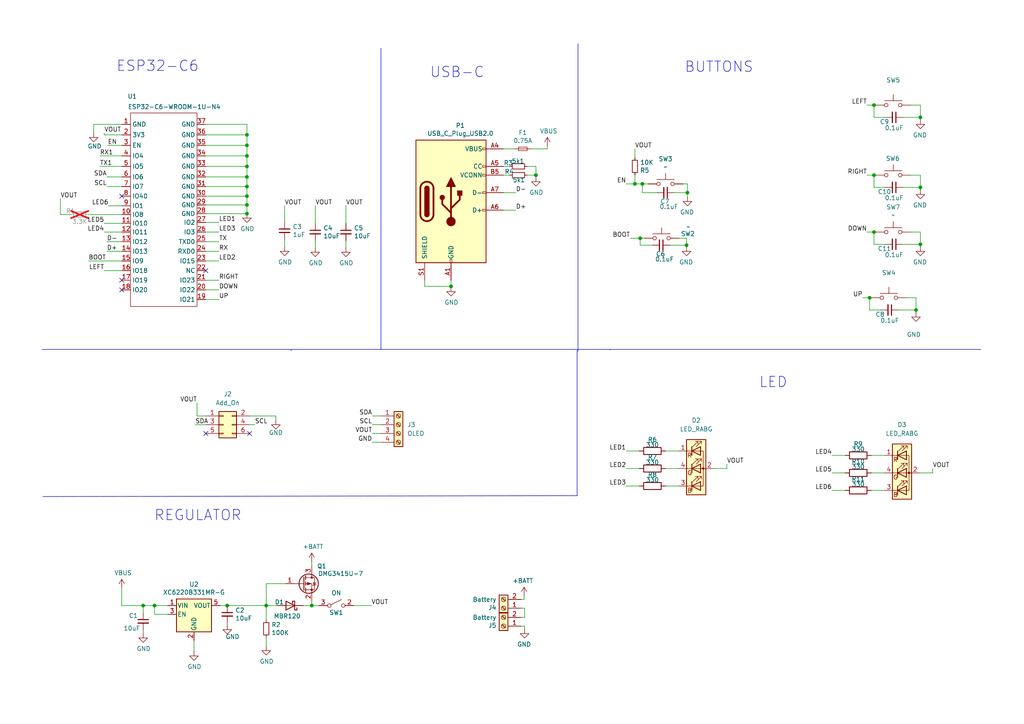
<source format=kicad_sch>
(kicad_sch (version 20231120) (generator "eeschema") (generator_version "8.0")
  (paper "A4")
  (title_block (title "Bugcon_2024_Community") (date "2024-09-05") (rev "v1.0") (company "Electronic Cats") (comment 1 "Lizeth Gallegos Martínez"))
  (lib_symbols
    (symbol "Connector:Screw_Terminal_01x02" (pin_names (offset 1.016) hide)
      (property "Reference" "J" (at 0 2.54 0))
      (property "Value" "Screw_Terminal_01x02" (at 0 -5.08 0))
      (symbol "Screw_Terminal_01x02_1_1"
        (pin passive line (at -5.08 0 0) (length 3.81) (name "Pin_1") (number "1"))
        (pin passive line (at -5.08 -2.54 0) (length 3.81) (name "Pin_2") (number "2"))
      )
    )
    (symbol "Connector:Screw_Terminal_01x04" (pin_names (offset 1.016) hide)
      (property "Reference" "J" (at 0 5.08 0))
      (property "Value" "Screw_Terminal_01x04" (at 0 -7.62 0))
      (symbol "Screw_Terminal_01x04_1_1"
        (pin passive line (at -5.08 2.54 0) (length 3.81) (name "Pin_1") (number "1"))
        (pin passive line (at -5.08 0 0) (length 3.81) (name "Pin_2") (number "2"))
        (pin passive line (at -5.08 -2.54 0) (length 3.81) (name "Pin_3") (number "3"))
        (pin passive line (at -5.08 -5.08 0) (length 3.81) (name "Pin_4") (number "4"))
      )
    )
    (symbol "Connector_Generic:Conn_02x03_Odd_Even" (pin_names (offset 1.016) hide)
      (property "Reference" "J" (at 1.27 5.08 0))
      (property "Value" "Conn_02x03_Odd_Even" (at 1.27 -5.08 0))
      (symbol "Conn_02x03_Odd_Even_1_1"
        (pin passive line (at -5.08 2.54 0) (length 3.81) (name "Pin_1") (number "1"))
        (pin passive line (at 7.62 2.54 180) (length 3.81) (name "Pin_2") (number "2"))
        (pin passive line (at -5.08 0 0) (length 3.81) (name "Pin_3") (number "3"))
        (pin passive line (at 7.62 0 180) (length 3.81) (name "Pin_4") (number "4"))
        (pin passive line (at -5.08 -2.54 0) (length 3.81) (name "Pin_5") (number "5"))
        (pin passive line (at 7.62 -2.54 180) (length 3.81) (name "Pin_6") (number "6"))
      )
    )
    (symbol "Device:C_Small" (pin_numbers hide) (pin_names (offset 0.254) hide)
      (property "Reference" "C" (at 0.254 1.778 0))
      (property "Value" "C_Small" (at 0.254 -2.032 0))
      (symbol "C_Small_1_1"
        (pin passive line (at 0 2.54 270) (length 2.032) (name "~") (number "1"))
        (pin passive line (at 0 -2.54 90) (length 2.032) (name "~") (number "2"))
      )
    )
    (symbol "Device:Fuse_Small" (pin_numbers hide) (pin_names (offset 0.254) hide)
      (property "Reference" "F" (at 0 -1.524 0))
      (property "Value" "Fuse_Small" (at 0 1.524 0))
      (symbol "Fuse_Small_1_1"
        (pin passive line (at -2.54 0 0) (length 1.27) (name "~") (number "1"))
        (pin passive line (at 2.54 0 180) (length 1.27) (name "~") (number "2"))
      )
    )
    (symbol "Device:LED_RABG" (pin_names (offset 0) hide)
      (property "Reference" "D" (at 0 9.398 0))
      (property "Value" "LED_RABG" (at 0 -8.89 0))
      (symbol "LED_RABG_0_0"
        (text "B" (at -1.905 -6.35 0) (effects (font (size 1.27 1.27))))
        (text "G" (at -1.905 -1.27 0) (effects (font (size 1.27 1.27))))
        (text "R" (at -1.905 3.81 0) (effects (font (size 1.27 1.27))))
      )
      (symbol "LED_RABG_1_1"
        (pin passive line (at -5.08 5.08 0) (length 2.54) (name "RK") (number "1"))
        (pin passive line (at 5.08 0 180) (length 2.54) (name "A") (number "2"))
        (pin passive line (at -5.08 -5.08 0) (length 2.54) (name "BK") (number "3"))
        (pin passive line (at -5.08 0 0) (length 2.54) (name "GK") (number "4"))
      )
    )
    (symbol "Device:Q_PMOS_GSD" (pin_names (offset 0) hide)
      (property "Reference" "Q" (at 5.08 1.27 0))
      (property "Value" "Q_PMOS_GSD" (at 5.08 -1.27 0))
      (symbol "Q_PMOS_GSD_1_1"
        (pin input line (at -5.08 0 0) (length 2.54) (name "G") (number "1"))
        (pin passive line (at 2.54 -5.08 90) (length 2.54) (name "S") (number "2"))
        (pin passive line (at 2.54 5.08 270) (length 2.54) (name "D") (number "3"))
      )
    )
    (symbol "Device:R" (pin_numbers hide) (pin_names (offset 0))
      (property "Reference" "R" (at 2.032 0 90))
      (property "Value" "R" (at 0 0 90))
      (symbol "R_1_1"
        (pin passive line (at 0 3.81 270) (length 1.27) (name "~") (number "1"))
        (pin passive line (at 0 -3.81 90) (length 1.27) (name "~") (number "2"))
      )
    )
    (symbol "Device:R_Small" (pin_numbers hide) (pin_names (offset 0.254) hide)
      (property "Reference" "R" (at 0.762 0.508 0))
      (property "Value" "R_Small" (at 0.762 -1.016 0))
      (symbol "R_Small_1_1"
        (pin passive line (at 0 2.54 270) (length 0.762) (name "~") (number "1"))
        (pin passive line (at 0 -2.54 90) (length 0.762) (name "~") (number "2"))
      )
    )
    (symbol "Diode:MBR340" (pin_numbers hide) (pin_names (offset 1.016) hide)
      (property "Reference" "D" (at 0 2.54 0))
      (property "Value" "MBR340" (at 0 -2.54 0))
      (symbol "MBR340_1_1"
        (pin passive line (at -3.81 0 0) (length 2.54) (name "K") (number "1"))
        (pin passive line (at 3.81 0 180) (length 2.54) (name "A") (number "2"))
      )
    )
    (symbol "HunterCat-NFC-rescue:AP2112K-3.3-Regulator_Linear" (pin_names (offset 0.254))
      (property "Reference" "U" (at -5.08 5.715 0))
      (property "Value" "AP2112K-3.3-Regulator_Linear" (at 0 5.715 0))
      (symbol "AP2112K-3.3-Regulator_Linear_1_1"
        (pin power_in line (at -7.62 2.54 0) (length 2.54) (name "VIN") (number "1"))
        (pin power_in line (at 0 -7.62 90) (length 2.54) (name "GND") (number "2"))
        (pin input line (at -7.62 0 0) (length 2.54) (name "EN") (number "3"))
        (pin no_connect line (at 7.62 0 180) (length 2.54) hide (name "NC") (number "4"))
        (pin power_out line (at 7.62 2.54 180) (length 2.54) (name "VOUT") (number "5"))
      )
    )
    (symbol "HunterCat-NFC-rescue:USB_C_Plug_USB2.0-Connector" (pin_names (offset 1.016))
      (property "Reference" "P" (at -10.16 19.05 0))
      (property "Value" "USB_C_Plug_USB2.0-Connector" (at 12.7 19.05 0))
      (symbol "USB_C_Plug_USB2.0-Connector_1_1"
        (pin power_in line (at 0 -22.86 90) (length 5.08) (name "GND") (number "A1"))
        (pin passive line (at 0 -22.86 90) (length 5.08) hide (name "GND") (number "A12"))
        (pin power_in line (at 15.24 15.24 180) (length 5.08) (name "VBUS") (number "A4"))
        (pin bidirectional line (at 15.24 10.16 180) (length 5.08) (name "CC") (number "A5"))
        (pin bidirectional line (at 15.24 -2.54 180) (length 5.08) (name "D+") (number "A6"))
        (pin bidirectional line (at 15.24 2.54 180) (length 5.08) (name "D-") (number "A7"))
        (pin passive line (at 15.24 15.24 180) (length 5.08) hide (name "VBUS") (number "A9"))
        (pin passive line (at 0 -22.86 90) (length 5.08) hide (name "GND") (number "B1"))
        (pin passive line (at 0 -22.86 90) (length 5.08) hide (name "GND") (number "B12"))
        (pin passive line (at 15.24 15.24 180) (length 5.08) hide (name "VBUS") (number "B4"))
        (pin bidirectional line (at 15.24 7.62 180) (length 5.08) (name "VCONN") (number "B5"))
        (pin passive line (at 15.24 15.24 180) (length 5.08) hide (name "VBUS") (number "B9"))
        (pin passive line (at -7.62 -22.86 90) (length 5.08) (name "SHIELD") (number "S1"))
      )
    )
    (symbol "Minino:ESP32-C6-WROOM-1U-N8"
      (property "Reference" "U4" (at -7.874 29.464 0))
      (property "Value" "~" (at 14.224 14.478 0))
      (symbol "ESP32-C6-WROOM-1U-N8_0_0"
        (text "" (at -20.32 -5.08 0) (effects (font (size 1.27 1.27))))
      )
      (symbol "ESP32-C6-WROOM-1U-N8_1_1"
        (pin power_in line (at -12.192 23.622 0) (length 2.54) (name "GND") (number "1"))
        (pin bidirectional line (at -12.192 -2.54 0) (length 2.54) (name "IO8") (number "10"))
        (pin bidirectional line (at -12.192 -5.08 0) (length 2.54) (name "IO10") (number "11"))
        (pin bidirectional line (at -12.192 -7.62 0) (length 2.54) (name "IO11") (number "12"))
        (pin bidirectional line (at -12.192 -10.414 0) (length 2.54) (name "IO12") (number "13"))
        (pin bidirectional line (at -12.192 -13.208 0) (length 2.54) (name "IO13") (number "14"))
        (pin bidirectional line (at -12.192 -16.002 0) (length 2.54) (name "IO9") (number "15"))
        (pin bidirectional line (at -12.192 -18.796 0) (length 2.54) (name "IO18") (number "16"))
        (pin bidirectional line (at -12.192 -21.59 0) (length 2.54) (name "IO19") (number "17"))
        (pin bidirectional line (at -12.192 -24.384 0) (length 2.54) (name "IO20") (number "18"))
        (pin bidirectional line (at 12.192 -27.178 180) (length 2.54) (name "IO21") (number "19"))
        (pin power_in line (at -12.192 20.574 0) (length 2.54) (name "3V3") (number "2"))
        (pin bidirectional line (at 12.192 -24.384 180) (length 2.54) (name "IO22") (number "20"))
        (pin bidirectional line (at 12.192 -21.59 180) (length 2.54) (name "IO23") (number "21"))
        (pin bidirectional line (at 12.192 -18.796 180) (length 2.54) (name "NC") (number "22"))
        (pin power_in line (at 12.192 -16.002 180) (length 2.54) (name "IO15") (number "23"))
        (pin bidirectional line (at 12.192 -13.208 180) (length 2.54) (name "RXD0") (number "24"))
        (pin bidirectional line (at 12.192 -10.414 180) (length 2.54) (name "TXD0") (number "25"))
        (pin bidirectional line (at 12.192 -7.62 180) (length 2.54) (name "IO3") (number "26"))
        (pin bidirectional line (at 12.192 -4.826 180) (length 2.54) (name "IO2") (number "27"))
        (pin power_in line (at 12.192 -2.286 180) (length 2.54) (name "GND") (number "28"))
        (pin power_in line (at 12.192 0.254 180) (length 2.54) (name "GND") (number "29"))
        (pin power_in line (at -12.192 17.526 0) (length 2.54) (name "EN") (number "3"))
        (pin power_in line (at 12.192 2.794 180) (length 2.54) (name "GND") (number "30"))
        (pin power_in line (at 12.192 5.588 180) (length 2.54) (name "GND") (number "31"))
        (pin power_in line (at 12.192 8.382 180) (length 2.54) (name "GND") (number "32"))
        (pin power_in line (at 12.192 11.43 180) (length 2.54) (name "GND") (number "33"))
        (pin power_in line (at 12.192 14.478 180) (length 2.54) (name "GND") (number "34"))
        (pin power_in line (at 12.192 17.526 180) (length 2.54) (name "GND") (number "35"))
        (pin power_in line (at 12.192 20.574 180) (length 2.54) (name "GND") (number "36"))
        (pin power_in line (at 12.192 23.622 180) (length 2.54) (name "GND") (number "37"))
        (pin bidirectional line (at -12.192 14.478 0) (length 2.54) (name "IO4") (number "4"))
        (pin bidirectional line (at -12.192 11.43 0) (length 2.54) (name "IO5") (number "5"))
        (pin bidirectional line (at -12.192 8.382 0) (length 2.54) (name "IO6") (number "6"))
        (pin bidirectional line (at -12.192 5.588 0) (length 2.54) (name "IO7") (number "7"))
        (pin bidirectional line (at -12.192 2.794 0) (length 2.54) (name "IO40") (number "8"))
        (pin bidirectional line (at -12.192 0 0) (length 2.54) (name "IO1") (number "9"))
      )
    )
    (symbol "Switch:SW_Push" (pin_numbers hide) (pin_names (offset 1.016) hide)
      (property "Reference" "SW" (at 1.27 2.54 0))
      (property "Value" "SW_Push" (at 0 -1.524 0))
      (symbol "SW_Push_0_1"
        (pin passive line (at -5.08 0 0) (length 2.54) (name "1") (number "1"))
        (pin passive line (at 5.08 0 180) (length 2.54) (name "2") (number "2"))
      )
    )
    (symbol "Switch:SW_SPST" (pin_names (offset 0) hide)
      (property "Reference" "SW1" (at 0 -2.032 0))
      (property "Value" "ON" (at 0 3.6576 0))
      (symbol "SW_SPST_1_1"
        (pin passive line (at 5.08 0 180) (length 2.54) (name "B") (number "2"))
        (pin passive line (at -5.08 0 0) (length 2.54) (name "A") (number "3"))
      )
    )
    (symbol "power:+BATT" (power) (pin_names (offset 0))
      (property "Value" "+BATT" (at 0 3.556 0))
      (symbol "+BATT_1_1"
        (pin power_in line (at 0 0 90) (length 0) hide (name "+BATT") (number "1"))
      )
    )
    (symbol "power:GND" (power) (pin_numbers hide) (pin_names (offset 0) hide)
      (property "Value" "GND" (at 0 -3.81 0))
      (symbol "GND_1_1"
        (pin power_in line (at 0 0 270) (length 0) (name "~") (number "1"))
      )
    )
    (symbol "power:VBUS" (power) (pin_names (offset 0))
      (property "Value" "VBUS" (at 0 3.81 0))
      (symbol "VBUS_1_1"
        (pin power_in line (at 0 0 90) (length 0) hide (name "VBUS") (number "1"))
      )
    )
  )
  (junction (at 185.674 69.088))
  (junction (at 90.424 175.641))
  (junction (at 71.628 48.26))
  (junction (at 199.136 71.12))
  (junction (at 77.216 175.641))
  (junction (at 253.492 67.31))
  (junction (at 265.684 89.916))
  (junction (at 71.628 42.164))
  (junction (at 44.831 175.641))
  (junction (at 186.309 53.34))
  (junction (at 266.954 70.866))
  (junction (at 266.954 54.356))
  (junction (at 71.628 51.308))
  (junction (at 155.448 50.8))
  (junction (at 253.492 30.48))
  (junction (at 184.15 53.34))
  (junction (at 41.529 175.641))
  (junction (at 71.628 54.102))
  (junction (at 199.39 55.88))
  (junction (at 253.492 50.8))
  (junction (at 252.222 86.36))
  (junction (at 130.81 83.058))
  (junction (at 71.628 59.436))
  (junction (at 71.628 39.116))
  (junction (at 71.628 56.896))
  (junction (at 65.913 175.641))
  (junction (at 71.628 61.976))
  (junction (at 71.628 45.212))
  (junction (at 266.954 34.036))
  (no_connect (at 72.39 125.73))
  (no_connect (at 59.69 125.73))
  (no_connect (at 59.69 78.486))
  (no_connect (at 35.306 81.28))
  (no_connect (at 35.306 56.896))
  (no_connect (at 35.306 84.074))
  (wire (pts (xy 59.69 84.074) (xy 63.5 84.074)))
  (wire (pts (xy 252.222 89.916) (xy 252.222 86.36)))
  (wire (pts (xy 256.794 54.356) (xy 253.492 54.356)))
  (wire (pts (xy 198.12 53.34) (xy 199.39 53.34)))
  (wire (pts (xy 59.69 51.308) (xy 71.628 51.308)))
  (wire (pts (xy 35.306 175.641) (xy 41.529 175.641)))
  (wire (pts (xy 59.69 45.212) (xy 71.628 45.212)))
  (wire (pts (xy 252.73 132.08) (xy 256.54 132.08)))
  (wire (pts (xy 17.526 57.658) (xy 17.526 62.23)))
  (wire (pts (xy 110.49 123.19) (xy 107.95 123.19)))
  (wire (pts (xy 59.69 39.116) (xy 71.628 39.116)))
  (wire (pts (xy 30.226 67.31) (xy 35.306 67.31)))
  (wire (pts (xy 210.82 135.89) (xy 207.01 135.89)))
  (wire (pts (xy 186.309 53.34) (xy 187.96 53.34)))
  (wire (pts (xy 199.39 55.88) (xy 195.58 55.88)))
  (wire (pts (xy 196.977 69.088) (xy 199.136 69.088)))
  (wire (pts (xy 59.69 48.26) (xy 71.628 48.26)))
  (wire (pts (xy 71.628 59.436) (xy 71.628 61.976)))
  (wire (pts (xy 77.216 175.641) (xy 80.391 175.641)))
  (wire (pts (xy 254 30.48) (xy 253.492 30.48)))
  (wire (pts (xy 199.39 57.15) (xy 199.39 55.88)))
  (wire (pts (xy 77.216 175.641) (xy 77.216 179.832)))
  (wire (pts (xy 199.136 71.12) (xy 199.136 71.628)))
  (wire (pts (xy 31.496 59.69) (xy 35.306 59.69)))
  (wire (pts (xy 253.492 34.036) (xy 253.492 30.48)))
  (wire (pts (xy 56.261 185.801) (xy 56.261 188.976)))
  (wire (pts (xy 266.954 70.866) (xy 266.954 71.628)))
  (wire (pts (xy 190.5 55.88) (xy 186.309 55.88)))
  (wire (pts (xy 35.306 175.641) (xy 35.306 170.561)))
  (wire (pts (xy 265.684 86.36) (xy 265.684 89.916)))
  (wire (pts (xy 186.309 55.88) (xy 186.309 53.34)))
  (wire (pts (xy 199.136 71.12) (xy 194.31 71.12)))
  (wire (pts (xy 57.15 116.84) (xy 57.15 120.65)))
  (wire (pts (xy 100.33 59.69) (xy 100.33 64.77)))
  (wire (pts (xy 270.51 137.16) (xy 270.51 135.89)))
  (wire (pts (xy 266.954 54.356) (xy 266.954 55.118)))
  (wire (pts (xy 59.69 61.976) (xy 71.628 61.976)))
  (wire (pts (xy 264.16 67.31) (xy 266.954 67.31)))
  (wire (pts (xy 241.3 142.24) (xy 245.11 142.24)))
  (wire (pts (xy 146.05 50.8) (xy 147.828 50.8)))
  (wire (pts (xy 91.44 59.69) (xy 91.44 64.77)))
  (wire (pts (xy 59.69 59.436) (xy 71.628 59.436)))
  (wire (pts (xy 56.642 123.19) (xy 59.69 123.19)))
  (wire (pts (xy 265.684 89.916) (xy 265.684 90.678)))
  (wire (pts (xy 30.226 38.608) (xy 30.226 39.116)))
  (wire (pts (xy 57.15 120.65) (xy 59.69 120.65)))
  (wire (pts (xy 270.51 137.16) (xy 266.7 137.16)))
  (wire (pts (xy 41.529 177.673) (xy 41.529 175.641)))
  (wire (pts (xy 90.424 164.211) (xy 90.424 162.941)))
  (wire (pts (xy 30.988 70.104) (xy 35.306 70.104)))
  (wire (pts (xy 41.529 182.753) (xy 41.529 183.769)))
  (wire (pts (xy 254 67.31) (xy 253.492 67.31)))
  (wire (pts (xy 199.39 53.34) (xy 199.39 55.88)))
  (wire (pts (xy 123.19 81.28) (xy 123.19 83.058)))
  (wire (pts (xy 30.226 78.486) (xy 35.306 78.486)))
  (wire (pts (xy 130.81 81.28) (xy 130.81 83.058)))
  (wire (pts (xy 17.526 62.23) (xy 20.574 62.23)))
  (wire (pts (xy 199.136 69.088) (xy 199.136 71.12)))
  (wire (pts (xy 82.55 69.469) (xy 82.55 71.628)))
  (wire (pts (xy 266.954 54.356) (xy 261.874 54.356)))
  (wire (pts (xy 252.73 142.24) (xy 256.54 142.24)))
  (wire (pts (xy 152.146 181.61) (xy 152.146 182.499)))
  (wire (pts (xy 210.82 135.89) (xy 210.82 134.62)))
  (wire (pts (xy 184.15 53.34) (xy 186.309 53.34)))
  (wire (pts (xy 146.05 48.26) (xy 147.828 48.26)))
  (wire (pts (xy 92.456 175.641) (xy 90.424 175.641)))
  (wire (pts (xy 146.05 43.18) (xy 149.098 43.18)))
  (wire (pts (xy 152.908 48.26) (xy 155.448 48.26)))
  (wire (pts (xy 185.674 69.088) (xy 182.753 69.088)))
  (wire (pts (xy 80.01 121.92) (xy 80.01 120.65)))
  (wire (pts (xy 181.61 140.97) (xy 185.42 140.97)))
  (wire (pts (xy 253.492 70.866) (xy 253.492 67.31)))
  (wire (pts (xy 63.5 70.104) (xy 59.69 70.104)))
  (wire (pts (xy 44.831 178.181) (xy 48.641 178.181)))
  (wire (pts (xy 152.019 173.863) (xy 152.019 172.847)))
  (wire (pts (xy 264.16 30.48) (xy 266.954 30.48)))
  (wire (pts (xy 241.3 137.16) (xy 245.11 137.16)))
  (wire (pts (xy 71.628 42.164) (xy 71.628 45.212)))
  (wire (pts (xy 189.23 71.12) (xy 185.674 71.12)))
  (wire (pts (xy 90.424 174.371) (xy 90.424 175.641)))
  (wire (pts (xy 186.817 69.088) (xy 185.674 69.088)))
  (wire (pts (xy 154.178 43.18) (xy 158.75 43.18)))
  (wire (pts (xy 151.13 173.863) (xy 152.019 173.863)))
  (wire (pts (xy 44.831 178.181) (xy 44.831 175.641)))
  (wire (pts (xy 146.05 55.88) (xy 149.606 55.88)))
  (polyline (pts (xy 167.64 12.7) (xy 167.64 101.854)))
  (wire (pts (xy 181.61 130.81) (xy 185.42 130.81)))
  (wire (pts (xy 59.69 56.896) (xy 71.628 56.896)))
  (wire (pts (xy 266.954 70.866) (xy 261.874 70.866)))
  (wire (pts (xy 72.39 123.19) (xy 73.914 123.19)))
  (wire (pts (xy 30.988 72.898) (xy 35.306 72.898)))
  (wire (pts (xy 91.44 69.85) (xy 91.44 71.882)))
  (wire (pts (xy 158.75 43.18) (xy 158.75 42.418)))
  (wire (pts (xy 71.628 54.102) (xy 71.628 56.896)))
  (polyline (pts (xy 177.038 101.346) (xy 176.784 101.346)))
  (wire (pts (xy 266.954 34.036) (xy 261.874 34.036)))
  (wire (pts (xy 184.15 53.34) (xy 181.61 53.34)))
  (wire (pts (xy 71.628 36.068) (xy 71.628 39.116)))
  (wire (pts (xy 266.954 67.31) (xy 266.954 70.866)))
  (wire (pts (xy 80.01 120.65) (xy 72.39 120.65)))
  (wire (pts (xy 184.15 43.18) (xy 184.15 45.72)))
  (polyline (pts (xy 12.446 144.018) (xy 167.386 143.764)))
  (wire (pts (xy 71.628 45.212) (xy 71.628 48.26)))
  (wire (pts (xy 241.3 132.08) (xy 245.11 132.08)))
  (wire (pts (xy 252.73 137.16) (xy 256.54 137.16)))
  (wire (pts (xy 253.492 30.48) (xy 251.46 30.48)))
  (wire (pts (xy 130.81 83.058) (xy 130.81 83.312)))
  (wire (pts (xy 110.49 128.27) (xy 107.95 128.27)))
  (wire (pts (xy 253.492 50.8) (xy 251.46 50.8)))
  (wire (pts (xy 266.954 34.036) (xy 266.954 34.798)))
  (wire (pts (xy 256.794 70.866) (xy 253.492 70.866)))
  (wire (pts (xy 71.628 56.896) (xy 71.628 59.436)))
  (wire (pts (xy 110.49 125.73) (xy 107.95 125.73)))
  (wire (pts (xy 184.15 50.8) (xy 184.15 53.34)))
  (wire (pts (xy 265.684 89.916) (xy 260.604 89.916)))
  (wire (pts (xy 256.794 34.036) (xy 253.492 34.036)))
  (wire (pts (xy 59.69 54.102) (xy 71.628 54.102)))
  (wire (pts (xy 82.804 169.291) (xy 77.216 169.291)))
  (wire (pts (xy 110.49 120.65) (xy 107.95 120.65)))
  (wire (pts (xy 254 50.8) (xy 253.492 50.8)))
  (wire (pts (xy 123.19 83.058) (xy 130.81 83.058)))
  (wire (pts (xy 27.178 36.068) (xy 27.178 38.608)))
  (wire (pts (xy 25.654 75.692) (xy 35.306 75.692)))
  (wire (pts (xy 25.654 62.23) (xy 35.306 62.23)))
  (polyline (pts (xy 110.49 13.97) (xy 110.49 101.346)))
  (wire (pts (xy 30.988 54.102) (xy 35.306 54.102)))
  (wire (pts (xy 71.628 48.26) (xy 71.628 51.308)))
  (wire (pts (xy 181.61 135.89) (xy 185.42 135.89)))
  (wire (pts (xy 77.216 175.641) (xy 77.216 169.291)))
  (wire (pts (xy 253.492 54.356) (xy 253.492 50.8)))
  (wire (pts (xy 59.69 67.31) (xy 63.5 67.31)))
  (wire (pts (xy 30.226 64.77) (xy 35.306 64.77)))
  (wire (pts (xy 193.04 135.89) (xy 196.85 135.89)))
  (polyline (pts (xy 167.386 143.764) (xy 167.386 101.6)))
  (wire (pts (xy 28.956 48.26) (xy 35.306 48.26)))
  (wire (pts (xy 63.5 75.692) (xy 59.69 75.692)))
  (wire (pts (xy 266.954 30.48) (xy 266.954 34.036)))
  (wire (pts (xy 35.306 42.164) (xy 31.242 42.164)))
  (wire (pts (xy 30.226 39.116) (xy 35.306 39.116)))
  (wire (pts (xy 63.5 72.898) (xy 59.69 72.898)))
  (wire (pts (xy 63.5 86.868) (xy 59.69 86.868)))
  (wire (pts (xy 90.424 175.641) (xy 88.011 175.641)))
  (wire (pts (xy 262.89 86.36) (xy 265.684 86.36)))
  (wire (pts (xy 65.913 175.641) (xy 77.216 175.641)))
  (wire (pts (xy 63.881 175.641) (xy 65.913 175.641)))
  (wire (pts (xy 255.524 89.916) (xy 252.222 89.916)))
  (wire (pts (xy 59.69 64.516) (xy 63.5 64.516)))
  (wire (pts (xy 152.146 176.403) (xy 152.146 179.07)))
  (wire (pts (xy 193.04 140.97) (xy 196.85 140.97)))
  (wire (pts (xy 71.628 39.116) (xy 71.628 42.164)))
  (wire (pts (xy 65.913 180.721) (xy 65.913 181.356)))
  (wire (pts (xy 30.988 51.308) (xy 35.306 51.308)))
  (wire (pts (xy 193.04 130.81) (xy 196.85 130.81)))
  (wire (pts (xy 252.73 86.36) (xy 252.222 86.36)))
  (wire (pts (xy 253.492 67.31) (xy 251.46 67.31)))
  (wire (pts (xy 63.5 81.28) (xy 59.69 81.28)))
  (wire (pts (xy 151.13 181.61) (xy 152.146 181.61)))
  (wire (pts (xy 44.831 175.641) (xy 48.641 175.641)))
  (wire (pts (xy 250.19 86.36) (xy 252.222 86.36)))
  (polyline (pts (xy 12.192 101.346) (xy 284.48 101.346)))
  (wire (pts (xy 155.448 48.26) (xy 155.448 50.8)))
  (wire (pts (xy 266.954 50.8) (xy 266.954 54.356)))
  (wire (pts (xy 152.908 50.8) (xy 155.448 50.8)))
  (wire (pts (xy 35.306 36.068) (xy 27.178 36.068)))
  (wire (pts (xy 100.33 69.85) (xy 100.33 71.882)))
  (wire (pts (xy 146.05 60.96) (xy 149.606 60.96)))
  (wire (pts (xy 185.674 71.12) (xy 185.674 69.088)))
  (wire (pts (xy 264.16 50.8) (xy 266.954 50.8)))
  (wire (pts (xy 151.13 176.403) (xy 152.146 176.403)))
  (wire (pts (xy 41.529 175.641) (xy 44.831 175.641)))
  (wire (pts (xy 151.13 179.07) (xy 152.146 179.07)))
  (wire (pts (xy 28.956 45.212) (xy 35.306 45.212)))
  (wire (pts (xy 107.696 175.641) (xy 102.616 175.641)))
  (wire (pts (xy 59.69 36.068) (xy 71.628 36.068)))
  (polyline (pts (xy 84.328 101.6) (xy 84.582 101.6)))
  (wire (pts (xy 71.628 51.308) (xy 71.628 54.102)))
  (wire (pts (xy 82.55 59.69) (xy 82.55 64.389)))
  (wire (pts (xy 155.448 50.8) (xy 155.448 51.435)))
  (wire (pts (xy 77.216 187.452) (xy 77.216 184.912)))
  (wire (pts (xy 59.69 42.164) (xy 71.628 42.164)))
  (text "LED\n" (at 224.282 110.998 0) (effects (font (size 3 3))))
  (text "REGULATOR" (at 57.404 149.606 0) (effects (font (size 3 3))))
  (text "ESP32-C6" (at 45.72 19.304 0) (effects (font (size 3 3))))
  (text "BUTTONS" (at 208.534 19.558 0) (effects (font (size 3 3))))
  (text "USB-C" (at 132.588 21.082 0) (effects (font (size 3 3))))
  (label "SDA" (at 107.95 120.65 180))
  (label "LED1" (at 63.5 64.516 0))
  (label "D-" (at 30.988 70.104 0))
  (label "GND" (at 107.95 128.27 180))
  (label "D+" (at 149.606 60.96 0))
  (label "LED3" (at 63.5 67.31 0))
  (label "RX" (at 63.5 72.898 0))
  (label "VOUT" (at 91.44 59.69 0))
  (label "VOUT" (at 210.82 134.62 0))
  (label "VOUT" (at 270.51 135.89 0))
  (label "LED3" (at 181.61 140.97 180))
  (label "SCL" (at 107.95 123.19 180))
  (label "SDA" (at 56.642 123.19 0))
  (label "RIGHT" (at 63.5 81.28 0))
  (label "EN" (at 31.242 42.164 0))
  (label "SCL" (at 30.988 54.102 180))
  (label "D+" (at 30.988 72.898 0))
  (label "LED6" (at 241.3 142.24 180))
  (label "LED5" (at 241.3 137.16 180))
  (label "VOUT" (at 184.15 43.18 0))
  (label "SDA" (at 30.988 51.308 180))
  (label "TX" (at 63.5 70.104 0))
  (label "LED6" (at 31.496 59.69 180))
  (label "VOUT" (at 107.95 125.73 180))
  (label "VOUT" (at 100.33 59.69 0))
  (label "LED2" (at 181.61 135.89 180))
  (label "LED4" (at 30.226 67.31 180))
  (label "LED4" (at 241.3 132.08 180))
  (label "VOUT" (at 17.526 57.658 0))
  (label "LED2" (at 63.5 75.692 0))
  (label "VOUT" (at 30.226 38.608 0))
  (label "UP" (at 250.19 86.36 180))
  (label "LEFT" (at 30.226 78.486 180))
  (label "TX1" (at 28.956 48.26 0))
  (label "SCL" (at 73.914 123.19 0))
  (label "DOWN" (at 251.46 67.31 180))
  (label "D-" (at 149.606 55.88 0))
  (label "BOOT" (at 182.753 69.088 180))
  (label "VOUT" (at 107.696 175.641 0))
  (label "LED5" (at 30.226 64.77 180))
  (label "LED1" (at 181.61 130.81 180))
  (label "RIGHT" (at 251.46 50.8 180))
  (label "DOWN" (at 63.5 84.074 0))
  (label "VOUT" (at 57.15 116.84 180))
  (label "LEFT" (at 251.46 30.48 180))
  (label "BOOT" (at 25.654 75.692 0))
  (label "EN" (at 181.61 53.34 180))
  (label "VOUT" (at 82.55 59.69 0))
  (label "RX1" (at 28.956 45.212 0))
  (label "UP" (at 63.5 86.868 0))
  (symbol (lib_id "power:GND") (at 152.146 182.499 0) (mirror y) (unit 1)
    (property "Reference" "#PWR015" (effects (hide yes)))
    (property "Value" "GND" (at 152.019 186.8932 0))
  )
  (symbol (lib_id "Connector:Screw_Terminal_01x04") (at 115.57 123.19 0) (unit 1)
    (property "Reference" "J3" (at 118.11 123.1899 0) (effects (justify left)))
    (property "Value" "OLED" (at 118.11 125.7299 0) (effects (justify left)))
    (property "Footprint" "Library:Display OLED 128 x32" (effects (hide yes)))
    (property "manf#" "Display OLED 128x32 0.91 I2C SSD1306 Blanco / Azul" (effects (hide yes)))
    (property "provedor" "UNIT Electronics" (effects (hide yes)))
    (property "Proveedor" "UNIT ELECTRONICS" (effects (hide yes)))
  )
  (symbol (lib_id "Device:C_Small") (at 41.529 180.213 0) (unit 1)
    (property "Reference" "C1" (at 37.338 178.562 0) (effects (justify left)))
    (property "Value" "10uF" (at 35.814 182.245 0) (effects (justify left)))
    (property "Footprint" "Capacitor_SMD:C_0603_1608Metric" (effects (hide yes)))
    (property "manf#" "GRM188R61E106KA73J" (effects (hide yes)))
    (property "provedor" "LCSC" (effects (hide yes)))
    (property "LCSC#" "C85713 " (effects (hide yes)))
    (property "Proveedor" "JLCPCB" (effects (hide yes)))
  )
  (symbol (lib_id "Device:C_Small") (at 91.44 67.31 0) (unit 1)
    (property "Reference" "C4" (at 93.7768 66.1416 0) (effects (justify left)))
    (property "Value" "10uF" (at 93.7768 68.453 0) (effects (justify left)))
    (property "Footprint" "Capacitor_SMD:C_0603_1608Metric" (effects (hide yes)))
    (property "manf#" "GRM188R61E106KA73J" (effects (hide yes)))
    (property "LCSC#" "C85713 " (effects (hide yes)))
    (property "Proveedor" "JLCPCB" (effects (hide yes)))
  )
  (symbol (lib_id "HunterCat-NFC-rescue:USB_C_Plug_USB2.0-Connector") (at 130.81 58.42 0) (unit 1)
    (property "Reference" "P1" (at 133.5278 36.3982 0))
    (property "Value" "USB_C_Plug_USB2.0" (at 133.5278 38.7096 0))
    (property "Footprint" "Library:C393939" (effects (hide yes)))
    (property "Datasheet" "https://datasheet.lcsc.com/lcsc/2108132030_Korean-Hroparts-Elec-TYPE-C-31-M-31_C2760486.pdf" (effects (hide yes)))
    (property "manf#" "TYPE-C-31-M-31" (effects (hide yes)))
    (property "LCSC#" "C393939" (effects (hide yes)))
    (property "provedor" "LCSC" (effects (hide yes)))
    (property "Proveedor" "JLCPCB" (effects (hide yes)))
  )
  (symbol (lib_id "Diode:MBR340") (at 84.201 175.641 180) (unit 1)
    (property "Reference" "D1" (at 81.026 174.625 0))
    (property "Value" "MBR120" (at 83.312 178.689 0))
    (property "Footprint" "Diode_SMD:D_SOD-123F" (effects (hide yes)))
    (property "Datasheet" "http://www.onsemi.com/pub_link/Collateral/MBR340-D.PDF" (effects (hide yes)))
    (property "provedor" "LCSC" (effects (hide yes)))
    (property "LCSC#" "C130880" (effects (hide yes)))
    (property "manf#" "MBR120LSF" (effects (hide yes)))
    (property "Proveedor" "JLCPCB" (effects (hide yes)))
  )
  (symbol (lib_id "Device:C_Small") (at 191.77 71.12 270) (mirror x) (unit 1)
    (property "Reference" "C6" (at 190.246 73.66 90) (effects (justify left)))
    (property "Value" "0.1uF" (at 189.992 75.184 90) (effects (justify left)))
    (property "Footprint" "Capacitor_SMD:C_0603_1608Metric" (effects (hide yes)))
    (property "manf#" "KAM15AR71C104KM" (effects (hide yes)))
    (property "provedor" "LCSC" (effects (hide yes)))
    (property "LCSC#" "C478888 " (effects (hide yes)))
    (property "Proveedor" "JLCPCB" (effects (hide yes)))
  )
  (symbol (lib_id "Switch:SW_Push") (at 191.897 69.088 0) (mirror y) (unit 1)
    (property "Reference" "SW2" (at 199.517 67.818 0))
    (property "Value" "~" (at 199.644 65.786 0))
    (property "Footprint" "Button_Switch_SMD:SW_SPST_TL3342" (effects (hide yes)))
    (property "Datasheet" "https://datasheet.lcsc.com/lcsc/2205161616_E-Switch-TL3342F450QG_C2886897.pdf" (effects (hide yes)))
    (property "manf#" "TL3342F160QG" (effects (hide yes)))
    (property "LCSC#" "C318889" (effects (hide yes)))
    (property "provedor" "LCSC" (effects (hide yes)))
    (property "Proveedor" "JLCPCB" (effects (hide yes)))
  )
  (symbol (lib_id "Device:R") (at 248.92 142.24 90) (unit 1)
    (property "Reference" "R11" (at 248.92 138.938 90))
    (property "Value" "330" (at 248.92 140.462 90))
    (property "Footprint" "Resistor_SMD:R_0603_1608Metric" (effects (hide yes)))
    (property "Description" "Resistor" (effects (hide yes)))
    (property "LCSC#" "C25231" (effects (hide yes)))
  )
  (symbol (lib_id "Device:Q_PMOS_GSD") (at 87.884 169.291 0) (unit 1)
    (property "Reference" "Q1" (at 91.948 164.211 0) (effects (justify left)))
    (property "Value" "DMG3415U-7" (at 92.202 166.37 0) (effects (justify left)))
    (property "Footprint" "Package_TO_SOT_SMD:SOT-23" (effects (hide yes)))
    (property "Datasheet" "https://www.mouser.mx/datasheet/2/115/ds31735-64958.pdf" (effects (hide yes)))
    (property "LCSC#" "C96616" (effects (hide yes)))
    (property "manf#" "DMG3415U-7" (effects (hide yes)))
    (property "provedor" "LCSC" (effects (hide yes)))
    (property "Proveedor" "JLCPCB" (effects (hide yes)))
  )
  (symbol (lib_id "power:GND") (at 265.684 90.678 0) (mirror y) (unit 1)
    (property "Reference" "#PWR021" (effects (hide yes)))
    (property "Value" "GND" (at 265.049 97.028 0))
  )
  (symbol (lib_id "power:GND") (at 199.39 57.15 0) (mirror y) (unit 1)
    (property "Reference" "#PWR019" (effects (hide yes)))
    (property "Value" "GND" (at 199.263 61.5442 0))
  )
  (symbol (lib_id "Device:R_Small") (at 150.368 50.8 270) (unit 1)
    (property "Reference" "R4" (at 147.701 49.784 90))
    (property "Value" "5k1" (at 150.495 52.197 90))
    (property "Footprint" "Resistor_SMD:R_0603_1608Metric" (effects (hide yes)))
    (property "Datasheet" "https://datasheet.lcsc.com/lcsc/1810170519_PANASONIC-ERJ3RBD5101V_C191782.pdf" (effects (hide yes)))
    (property "manf#" "AC0603DR-075K1L" (effects (hide yes)))
    (property "LCSC#" "C113390" (effects (hide yes)))
    (property "provedor" "LCSC" (effects (hide yes)))
    (property "Proveedor" "JLCPCB" (effects (hide yes)))
  )
  (symbol (lib_id "power:GND") (at 91.44 71.882 0) (unit 1)
    (property "Reference" "#PWR011" (effects (hide yes)))
    (property "Value" "GND" (at 91.567 76.2762 0))
  )
  (symbol (lib_id "power:GND") (at 27.178 38.608 0) (unit 1)
    (property "Reference" "#PWR01" (effects (hide yes)))
    (property "Value" "GND" (at 27.432 42.418 0))
  )
  (symbol (lib_id "Device:R") (at 189.23 135.89 90) (unit 1)
    (property "Reference" "R7" (at 189.23 132.588 90))
    (property "Value" "330" (at 189.23 134.112 90))
    (property "Footprint" "Resistor_SMD:R_0603_1608Metric" (effects (hide yes)))
    (property "Description" "Resistor" (effects (hide yes)))
    (property "LCSC#" "C25231" (effects (hide yes)))
  )
  (symbol (lib_id "Device:C_Small") (at 259.334 54.356 270) (mirror x) (unit 1)
    (property "Reference" "C10" (at 256.54 55.626 90))
    (property "Value" "0.1uF" (at 259.334 57.404 90))
    (property "Footprint" "Capacitor_SMD:C_0603_1608Metric" (effects (hide yes)))
    (property "Description" "Unpolarized capacitor, small symbol" (effects (hide yes)))
    (property "LCSC#" "C478888 " (effects (hide yes)))
    (property "Proveedor" "JLCPCB" (effects (hide yes)))
    (property "manf#" "KAM15AR71C104KM" (effects (hide yes)))
  )
  (symbol (lib_id "power:GND") (at 100.33 71.882 0) (unit 1)
    (property "Reference" "#PWR012" (effects (hide yes)))
    (property "Value" "GND" (at 100.457 76.2762 0))
  )
  (symbol (lib_id "Device:R_Small") (at 150.368 48.26 270) (unit 1)
    (property "Reference" "R3" (at 147.447 47.244 90))
    (property "Value" "5k1" (at 150.241 46.736 90))
    (property "Footprint" "Resistor_SMD:R_0603_1608Metric" (effects (hide yes)))
    (property "Datasheet" "https://datasheet.lcsc.com/lcsc/1810170519_PANASONIC-ERJ3RBD5101V_C191782.pdf" (effects (hide yes)))
    (property "manf#" "AC0603DR-075K1L" (effects (hide yes)))
    (property "LCSC#" "C113390" (effects (hide yes)))
    (property "provedor" "LCSC" (effects (hide yes)))
    (property "Proveedor" "JLCPCB" (effects (hide yes)))
  )
  (symbol (lib_id "Switch:SW_Push") (at 193.04 53.34 0) (mirror y) (unit 1)
    (property "Reference" "SW3" (at 193.04 46.101 0))
    (property "Value" "~" (at 193.04 48.4124 0))
    (property "Footprint" "Button_Switch_SMD:SW_SPST_TL3342" (effects (hide yes)))
    (property "Datasheet" "https://datasheet.lcsc.com/lcsc/2205161616_E-Switch-TL3342F450QG_C2886897.pdf" (effects (hide yes)))
    (property "manf#" "TL3342F160QG" (effects (hide yes)))
    (property "LCSC#" "C318889" (effects (hide yes)))
    (property "provedor" "LCSC" (effects (hide yes)))
    (property "Proveedor" "JLCPCB" (effects (hide yes)))
  )
  (symbol (lib_id "power:GND") (at 41.529 183.769 0) (unit 1)
    (property "Reference" "#PWR03" (effects (hide yes)))
    (property "Value" "GND" (at 41.656 188.1632 0))
  )
  (symbol (lib_id "power:GND") (at 56.261 188.976 0) (unit 1)
    (property "Reference" "#PWR04" (effects (hide yes)))
    (property "Value" "GND" (at 56.388 193.3702 0))
  )
  (symbol (lib_id "HunterCat-NFC-rescue:AP2112K-3.3-Regulator_Linear") (at 56.261 178.181 0) (unit 1)
    (property "Reference" "U2" (at 56.261 169.4942 0))
    (property "Value" "XC6220B331MR-G" (at 56.261 171.8056 0))
    (property "Footprint" "Package_TO_SOT_SMD:SOT-23-5" (effects (hide yes)))
    (property "Datasheet" "https://www.diodes.com/assets/Datasheets/AP2112.pdf" (effects (hide yes)))
    (property "manf#" "XC6220B331MR-G " (effects (hide yes)))
    (property "provedor" "LCSC" (effects (hide yes)))
    (property "LCSC#" "C86534" (effects (hide yes)))
    (property "Proveedor" "JLCPCB" (effects (hide yes)))
  )
  (symbol (lib_id "Device:C_Small") (at 259.334 70.866 270) (mirror x) (unit 1)
    (property "Reference" "C11" (at 256.54 72.136 90))
    (property "Value" "0.1uF" (at 259.334 73.914 90))
    (property "Footprint" "Capacitor_SMD:C_0603_1608Metric" (effects (hide yes)))
    (property "Description" "Unpolarized capacitor, small symbol" (effects (hide yes)))
    (property "LCSC#" "C478888 " (effects (hide yes)))
    (property "Proveedor" "JLCPCB" (effects (hide yes)))
    (property "manf#" "KAM15AR71C104KM" (effects (hide yes)))
  )
  (symbol (lib_id "Device:R_Small") (at 184.15 48.26 0) (mirror x) (unit 1)
    (property "Reference" "R5" (at 185.6486 49.4284 0) (effects (justify left)))
    (property "Value" "10K" (at 185.6486 47.117 0) (effects (justify left)))
    (property "Footprint" "Resistor_SMD:R_0603_1608Metric" (effects (hide yes)))
    (property "Datasheet" "https://datasheet.lcsc.com/lcsc/1811151133_Walsin-Tech-Corp-WR06X104JTL_C163843.pdf" (effects (hide yes)))
    (property "manf#" "RMC1/16K1002DTP" (effects (hide yes)))
    (property "LCSC#" "C217281" (effects (hide yes)))
    (property "provedor" "LCSC" (effects (hide yes)))
    (property "Proveedor" "JLCPCB " (effects (hide yes)))
  )
  (symbol (lib_id "Connector_Generic:Conn_02x03_Odd_Even") (at 64.77 123.19 0) (unit 1)
    (property "Reference" "J2" (at 66.04 114.3 0))
    (property "Value" "Add_On" (at 66.04 116.84 0))
    (property "Footprint" "Connector_PinSocket_2.54mm:PinSocket_2x03_P2.54mm_Vertical" (effects (hide yes)))
    (property "Description" "Generic connector, double row, 02x03, odd/even pin numbering scheme (row 1 odd numbers, row 2 even numbers), script generated (kicad-library-utils/schlib/autogen/connector/)" (effects (hide yes)))
    (property "LCSC#" "C5116527" (effects (hide yes)))
    (property "Proveedor" "JLCPCB" (effects (hide yes)))
  )
  (symbol (lib_id "power:GND") (at 80.01 121.92 0) (unit 1)
    (property "Reference" "#PWR08" (effects (hide yes)))
    (property "Value" "GND" (at 80.01 125.476 0))
    (property "Description" "Power symbol creates a global label with name \"GND\" , ground" (effects (hide yes)))
  )
  (symbol (lib_id "Switch:SW_Push") (at 259.08 30.48 0) (mirror y) (unit 1)
    (property "Reference" "SW5" (at 259.08 23.241 0))
    (property "Footprint" "Button_Switch_SMD:SW_SPST_TL3342" (effects (hide yes)))
    (property "Datasheet" "https://datasheet.lcsc.com/lcsc/2205161616_E-Switch-TL3342F450QG_C2886897.pdf" (effects (hide yes)))
    (property "manf#" "TL3342F160QG" (effects (hide yes)))
    (property "LCSC#" "C318889" (effects (hide yes)))
    (property "provedor" "LCSC" (effects (hide yes)))
    (property "Proveedor" "JLCPCB" (effects (hide yes)))
  )
  (symbol (lib_id "Switch:SW_SPST") (at 97.536 175.641 0) (unit 1)
    (property "Reference" "SW1" (at 97.536 177.673 0))
    (property "Value" "ON" (at 97.536 171.9834 0))
    (property "Footprint" "Library:MSK12C02" (effects (hide yes)))
    (property "Datasheet" "https://www.mouser.mx/datasheet/2/60/js-1841892.pdf" (effects (hide yes)))
    (property "LCSC#" "C431540" (effects (hide yes)))
    (property "provedor" "MOUSER" (effects (hide yes)))
    (property "Proveedor" "JLCPCB" (effects (hide yes)))
  )
  (symbol (lib_id "power:GND") (at 199.136 71.628 0) (mirror y) (unit 1)
    (property "Reference" "#PWR018" (effects (hide yes)))
    (property "Value" "GND" (at 199.009 76.0222 0))
  )
  (symbol (lib_id "power:VBUS") (at 35.306 170.561 0) (unit 1)
    (property "Reference" "#PWR02" (effects (hide yes)))
    (property "Value" "VBUS" (at 35.687 166.1668 0))
  )
  (symbol (lib_id "power:GND") (at 130.81 83.312 0) (unit 1)
    (property "Reference" "#PWR013" (effects (hide yes)))
    (property "Value" "GND" (at 130.937 87.7062 0))
  )
  (symbol (lib_id "power:+BATT") (at 90.424 162.941 0) (unit 1)
    (property "Reference" "#PWR010" (effects (hide yes)))
    (property "Value" "+BATT" (at 90.805 158.5468 0))
  )
  (symbol (lib_id "Device:C_Small") (at 100.33 67.31 0) (unit 1)
    (property "Reference" "C5" (at 102.6668 66.1416 0) (effects (justify left)))
    (property "Value" "10uF" (at 102.6668 68.453 0) (effects (justify left)))
    (property "Footprint" "Capacitor_SMD:C_0603_1608Metric" (effects (hide yes)))
    (property "manf#" "GRM188R61E106KA73J" (effects (hide yes)))
    (property "LCSC#" "C85713 " (effects (hide yes)))
    (property "Proveedor" "JLCPCB" (effects (hide yes)))
  )
  (symbol (lib_id "Device:LED_RABG") (at 261.62 137.16 0) (unit 1)
    (property "Reference" "D3" (at 261.62 123.19 0))
    (property "Value" "LED_RABG" (at 261.62 125.73 0))
    (property "Footprint" "Library:AAA3528SURKCGKC09" (effects (hide yes)))
    (property "Datasheet" "https://www.mouser.mx/datasheet/2/216/AAA3528RBGS_08_09-1602193.pdf" (effects (hide yes)))
    (property "Description" "RGB LED, red/anode/blue/green" (effects (hide yes)))
    (property "manf#" "AAA3528RBGS/08-09 " (effects (hide yes)))
  )
  (symbol (lib_id "power:GND") (at 266.954 34.798 0) (mirror y) (unit 1)
    (property "Reference" "#PWR022" (effects (hide yes)))
    (property "Value" "GND" (at 266.827 39.1922 0))
  )
  (symbol (lib_id "Device:C_Small") (at 259.334 34.036 270) (mirror x) (unit 1)
    (property "Reference" "C9" (at 256.54 35.306 90))
    (property "Value" "0.1uF" (at 259.334 37.084 90))
    (property "Footprint" "Capacitor_SMD:C_0603_1608Metric" (effects (hide yes)))
    (property "Description" "Unpolarized capacitor, small symbol" (effects (hide yes)))
    (property "LCSC#" "C478888 " (effects (hide yes)))
    (property "Proveedor" "JLCPCB" (effects (hide yes)))
    (property "manf#" "KAM15AR71C104KM" (effects (hide yes)))
  )
  (symbol (lib_id "Device:R_Small") (at 77.216 182.372 0) (unit 1)
    (property "Reference" "R2" (at 78.7146 181.2036 0) (effects (justify left)))
    (property "Value" "100K" (at 78.7146 183.515 0) (effects (justify left)))
    (property "Footprint" "Resistor_SMD:R_0603_1608Metric" (effects (hide yes)))
    (property "Datasheet" "https://datasheet.lcsc.com/lcsc/1811151133_Walsin-Tech-Corp-WR06X104JTL_C163843.pdf" (effects (hide yes)))
    (property "manf#" "RC0603DR-07100KL" (effects (hide yes)))
    (property "LCSC#" "C25803" (effects (hide yes)))
    (property "provedor" "LCSC" (effects (hide yes)))
    (property "Proveedor" "JLCPCB" (effects (hide yes)))
  )
  (symbol (lib_id "power:GND") (at 266.954 71.628 0) (mirror y) (unit 1)
    (property "Reference" "#PWR024" (effects (hide yes)))
    (property "Value" "GND" (at 266.827 76.0222 0))
  )
  (symbol (lib_id "power:VBUS") (at 158.75 42.418 0) (unit 1)
    (property "Reference" "#PWR017" (effects (hide yes)))
    (property "Value" "VBUS" (at 159.131 38.0238 0))
  )
  (symbol (lib_id "Connector:Screw_Terminal_01x02") (at 146.05 181.61 180) (unit 1)
    (property "Reference" "J5" (at 144.018 181.4068 0) (effects (justify left)))
    (property "Value" "Battery" (at 144.018 179.0954 0) (effects (justify left)))
    (property "Footprint" "Library:BATT_8BH-AA-A1AJ020_MYG" (effects (hide yes)))
    (property "LCSC#" "C5290181" (effects (hide yes)))
    (property "manf#" "-" (effects (hide yes)))
    (property "provedor" "-" (effects (hide yes)))
    (property "Proveedor" "JLCPCB" (effects (hide yes)))
  )
  (symbol (lib_id "Device:R") (at 248.92 137.16 90) (unit 1)
    (property "Reference" "R10" (at 248.92 133.858 90))
    (property "Value" "330" (at 248.92 135.382 90))
    (property "Footprint" "Resistor_SMD:R_0603_1608Metric" (effects (hide yes)))
    (property "Description" "Resistor" (effects (hide yes)))
    (property "LCSC#" "C25231" (effects (hide yes)))
  )
  (symbol (lib_id "Switch:SW_Push") (at 259.08 67.31 0) (mirror y) (unit 1)
    (property "Reference" "SW7" (at 259.08 60.071 0))
    (property "Value" "~" (at 259.08 62.3824 0))
    (property "Footprint" "Button_Switch_SMD:SW_SPST_TL3342" (effects (hide yes)))
    (property "Datasheet" "https://datasheet.lcsc.com/lcsc/2205161616_E-Switch-TL3342F450QG_C2886897.pdf" (effects (hide yes)))
    (property "manf#" "TL3342F160QG" (effects (hide yes)))
    (property "LCSC#" "C318889" (effects (hide yes)))
    (property "provedor" "LCSC" (effects (hide yes)))
    (property "Proveedor" "JLCPCB" (effects (hide yes)))
  )
  (symbol (lib_id "Device:C_Small") (at 258.064 89.916 270) (mirror x) (unit 1)
    (property "Reference" "C8" (at 255.27 91.186 90))
    (property "Value" "0.1uF" (at 258.064 92.964 90))
    (property "Footprint" "Capacitor_SMD:C_0603_1608Metric" (effects (hide yes)))
    (property "Description" "Unpolarized capacitor, small symbol" (effects (hide yes)))
    (property "LCSC#" "C478888 " (effects (hide yes)))
    (property "Proveedor" "JLCPCB" (effects (hide yes)))
    (property "manf#" "KAM15AR71C104KM" (effects (hide yes)))
  )
  (symbol (lib_id "power:GND") (at 266.954 55.118 0) (mirror y) (unit 1)
    (property "Reference" "#PWR023" (effects (hide yes)))
    (property "Value" "GND" (at 266.827 59.5122 0))
  )
  (symbol (lib_id "Device:LED_RABG") (at 201.93 135.89 0) (unit 1)
    (property "Reference" "D2" (at 201.93 121.92 0))
    (property "Value" "LED_RABG" (at 201.93 124.46 0))
    (property "Footprint" "Library:AAA3528SURKCGKC09" (effects (hide yes)))
    (property "Datasheet" "https://www.mouser.mx/datasheet/2/216/AAA3528RBGS_08_09-1602193.pdf" (effects (hide yes)))
    (property "Description" "RGB LED, red/anode/blue/green" (effects (hide yes)))
    (property "manf#" "AAA3528RBGS/08-09 " (effects (hide yes)))
  )
  (symbol (lib_id "Device:R_Small") (at 23.114 62.23 270) (unit 1) (dnp yes)
    (property "Reference" "R1" (at 20.447 61.214 90))
    (property "Value" "3.3K" (at 23.114 64.262 90))
    (property "Footprint" "Resistor_SMD:R_0603_1608Metric" (effects (hide yes)))
    (property "Datasheet" "https://datasheet.lcsc.com/lcsc/1810170519_PANASONIC-ERJ3RBD5101V_C191782.pdf" (effects (hide yes)))
    (property "manf#" "ERJ-3GEYJ332V " (effects (hide yes)))
    (property "LCSC#" "C403480" (effects (hide yes)))
    (property "Proveedor" "JLCPCB" (effects (hide yes)))
  )
  (symbol (lib_id "power:GND") (at 77.216 187.452 0) (unit 1)
    (property "Reference" "#PWR07" (effects (hide yes)))
    (property "Value" "GND" (at 77.343 191.8462 0))
  )
  (symbol (lib_id "Switch:SW_Push") (at 259.08 50.8 0) (mirror y) (unit 1)
    (property "Reference" "SW6" (at 258.953 45.974 0))
    (property "Footprint" "Button_Switch_SMD:SW_SPST_TL3342" (effects (hide yes)))
    (property "Datasheet" "https://datasheet.lcsc.com/lcsc/2205161616_E-Switch-TL3342F450QG_C2886897.pdf" (effects (hide yes)))
    (property "manf#" "TL3342F160QG" (effects (hide yes)))
    (property "LCSC#" "C318889" (effects (hide yes)))
    (property "provedor" "LCSC" (effects (hide yes)))
    (property "Proveedor" "JLCPCB" (effects (hide yes)))
  )
  (symbol (lib_id "Device:Fuse_Small") (at 151.638 43.18 0) (unit 1)
    (property "Reference" "F1" (at 151.638 38.481 0))
    (property "Value" "0.75A" (at 151.638 40.7924 0))
    (property "Footprint" "Fuse:Fuse_0805_2012Metric" (effects (hide yes)))
    (property "manf#" "MFU0805FF00750P100" (effects (hide yes)))
    (property "provedor" "MOUSER" (effects (hide yes)))
    (property "LCSC#" "C1972808" (effects (hide yes)))
    (property "Proveedor" "JLCPCB" (effects (hide yes)))
  )
  (symbol (lib_id "power:GND") (at 65.913 181.356 0) (unit 1)
    (property "Reference" "#PWR05" (effects (hide yes)))
    (property "Value" "GND" (at 67.437 184.658 0))
  )
  (symbol (lib_id "Switch:SW_Push") (at 257.81 86.36 0) (mirror y) (unit 1)
    (property "Reference" "SW4" (at 257.81 79.121 0))
    (property "Footprint" "Button_Switch_SMD:SW_SPST_TL3342" (effects (hide yes)))
    (property "Datasheet" "https://datasheet.lcsc.com/lcsc/2205161616_E-Switch-TL3342F450QG_C2886897.pdf" (effects (hide yes)))
    (property "manf#" "TL3342F160QG" (effects (hide yes)))
    (property "LCSC#" "C318889" (effects (hide yes)))
    (property "provedor" "LCSC" (effects (hide yes)))
    (property "Proveedor" "JLCPCB" (effects (hide yes)))
  )
  (symbol (lib_id "power:GND") (at 71.628 61.976 0) (unit 1)
    (property "Reference" "#PWR06" (effects (hide yes)))
    (property "Value" "GND" (at 71.755 66.3702 0))
  )
  (symbol (lib_id "power:+BATT") (at 152.019 172.847 0) (mirror y) (unit 1)
    (property "Reference" "#PWR014" (effects (hide yes)))
    (property "Value" "+BATT" (at 151.638 168.4528 0))
  )
  (symbol (lib_id "power:GND") (at 82.55 71.628 0) (unit 1)
    (property "Reference" "#PWR09" (effects (hide yes)))
    (property "Value" "GND" (at 82.677 76.0222 0))
  )
  (symbol (lib_id "Device:R") (at 248.92 132.08 90) (unit 1)
    (property "Reference" "R9" (at 248.92 128.778 90))
    (property "Value" "330" (at 248.92 130.302 90))
    (property "Footprint" "Resistor_SMD:R_0603_1608Metric" (effects (hide yes)))
    (property "Description" "Resistor" (effects (hide yes)))
    (property "LCSC#" "C25231" (effects (hide yes)))
  )
  (symbol (lib_id "Connector:Screw_Terminal_01x02") (at 146.05 176.403 180) (unit 1)
    (property "Reference" "J4" (at 144.018 176.1998 0) (effects (justify left)))
    (property "Value" "Battery" (at 144.018 173.8884 0) (effects (justify left)))
    (property "Footprint" "Library:BATT_8BH-AA-A1AJ020_MYG" (effects (hide yes)))
    (property "LCSC#" "C5290181" (effects (hide yes)))
    (property "manf#" "-" (effects (hide yes)))
    (property "provedor" "-" (effects (hide yes)))
    (property "Proveedor" "JLCPCB" (effects (hide yes)))
  )
  (symbol (lib_id "Device:C_Small") (at 193.04 55.88 270) (mirror x) (unit 1)
    (property "Reference" "C7" (at 191.516 58.42 90) (effects (justify left)))
    (property "Value" "0.1uF" (at 191.262 59.944 90) (effects (justify left)))
    (property "Footprint" "Capacitor_SMD:C_0603_1608Metric" (effects (hide yes)))
    (property "manf#" "KAM15AR71C104KM" (effects (hide yes)))
    (property "provedor" "LCSC" (effects (hide yes)))
    (property "LCSC#" "C478888 " (effects (hide yes)))
    (property "Proveedor" "JLCPCB" (effects (hide yes)))
  )
  (symbol (lib_id "Device:C_Small") (at 82.55 66.929 0) (unit 1)
    (property "Reference" "C3" (at 84.8868 65.7606 0) (effects (justify left)))
    (property "Value" "1uF" (at 84.8868 68.072 0) (effects (justify left)))
    (property "Footprint" "Capacitor_SMD:C_0603_1608Metric" (effects (hide yes)))
    (property "manf#" "TMK107BJ105KA8T" (effects (hide yes)))
    (property "LCSC#" "C15849" (effects (hide yes)))
    (property "Proveedor" "JLCPCB" (effects (hide yes)))
  )
  (symbol (lib_id "Device:R") (at 189.23 140.97 90) (unit 1)
    (property "Reference" "R8" (at 189.23 137.668 90))
    (property "Value" "330" (at 189.23 139.192 90))
    (property "Footprint" "Resistor_SMD:R_0603_1608Metric" (effects (hide yes)))
    (property "Description" "Resistor" (effects (hide yes)))
    (property "LCSC#" "C25231" (effects (hide yes)))
  )
  (symbol (lib_id "Device:R") (at 189.23 130.81 90) (unit 1)
    (property "Reference" "R6" (at 189.23 127.508 90))
    (property "Value" "330" (at 189.23 129.032 90))
    (property "Footprint" "Resistor_SMD:R_0603_1608Metric" (effects (hide yes)))
    (property "Description" "Resistor" (effects (hide yes)))
    (property "LCSC#" "C25231" (effects (hide yes)))
  )
  (symbol (lib_id "Device:C_Small") (at 65.913 178.181 0) (unit 1)
    (property "Reference" "C2" (at 68.2498 177.0126 0) (effects (justify left)))
    (property "Value" "10uF" (at 68.2498 179.324 0) (effects (justify left)))
    (property "Footprint" "Capacitor_SMD:C_0603_1608Metric" (effects (hide yes)))
    (property "manf#" "GRM188R61E106KA73J" (effects (hide yes)))
    (property "provedor" "LCSC" (effects (hide yes)))
    (property "LCSC#" "C85713 " (effects (hide yes)))
    (property "Proveedor" "JLCPCB" (effects (hide yes)))
  )
  (symbol (lib_id "power:GND") (at 155.448 51.435 0) (unit 1)
    (property "Reference" "#PWR016" (effects (hide yes)))
    (property "Value" "GND" (at 155.575 55.8292 0))
  )
  (symbol (lib_id "Minino:ESP32-C6-WROOM-1U-N8") (at 47.498 59.69 0) (unit 1)
    (property "Reference" "U1" (at 38.354 27.94 0))
    (property "Value" "ESP32-C6-WROOM-1U-N4" (at 50.546 30.988 0))
    (property "Footprint" "Library:XCVR_ESP32-C6-WROOM-1-N8" (effects (hide yes)))
    (property "manf#" "ESP32-C6-WROOM-1-N4" (effects (hide yes)))
    (property "provedor" "MOUSER" (effects (hide yes)))
    (property "Proveedor" "MOUSER" (effects (hide yes)))
  )
)
</source>
